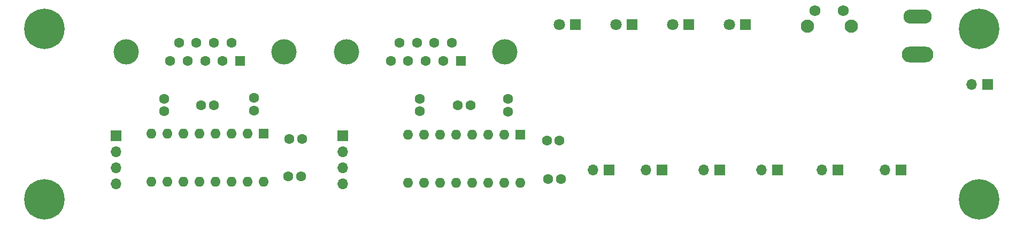
<source format=gts>
G04 #@! TF.GenerationSoftware,KiCad,Pcbnew,5.1.10*
G04 #@! TF.CreationDate,2021-11-29T19:36:07+01:00*
G04 #@! TF.ProjectId,RoscoFrontPanel,526f7363-6f46-4726-9f6e-7450616e656c,rev?*
G04 #@! TF.SameCoordinates,Original*
G04 #@! TF.FileFunction,Soldermask,Top*
G04 #@! TF.FilePolarity,Negative*
%FSLAX46Y46*%
G04 Gerber Fmt 4.6, Leading zero omitted, Abs format (unit mm)*
G04 Created by KiCad (PCBNEW 5.1.10) date 2021-11-29 19:36:07*
%MOMM*%
%LPD*%
G01*
G04 APERTURE LIST*
%ADD10O,4.500000X2.250000*%
%ADD11O,5.000000X2.500000*%
%ADD12C,4.000000*%
%ADD13C,1.600000*%
%ADD14R,1.600000X1.600000*%
%ADD15C,1.800000*%
%ADD16R,1.800000X1.800000*%
%ADD17C,2.100000*%
%ADD18C,1.750000*%
%ADD19C,6.400000*%
%ADD20O,1.600000X1.600000*%
%ADD21O,1.700000X1.700000*%
%ADD22R,1.700000X1.700000*%
G04 APERTURE END LIST*
D10*
X217220800Y-84068400D03*
D11*
X217220800Y-90068400D03*
D12*
X126840000Y-89620000D03*
X151840000Y-89620000D03*
D13*
X135185000Y-88200000D03*
X137955000Y-88200000D03*
X140725000Y-88200000D03*
X143495000Y-88200000D03*
X133800000Y-91040000D03*
X136570000Y-91040000D03*
X139340000Y-91040000D03*
X142110000Y-91040000D03*
D14*
X144880000Y-91040000D03*
D12*
X91920000Y-89610000D03*
X116920000Y-89610000D03*
D13*
X100265000Y-88190000D03*
X103035000Y-88190000D03*
X105805000Y-88190000D03*
X108575000Y-88190000D03*
X98880000Y-91030000D03*
X101650000Y-91030000D03*
X104420000Y-91030000D03*
X107190000Y-91030000D03*
D14*
X109960000Y-91030000D03*
D15*
X187452000Y-85300000D03*
D16*
X189992000Y-85300000D03*
D15*
X178435000Y-85300000D03*
D16*
X180975000Y-85300000D03*
X163000000Y-85300000D03*
D15*
X160460000Y-85300000D03*
D16*
X172000000Y-85300000D03*
D15*
X169460000Y-85300000D03*
D17*
X199750000Y-85580000D03*
D18*
X201000000Y-83090000D03*
X205500000Y-83090000D03*
D17*
X206760000Y-85580000D03*
D19*
X227000000Y-113000000D03*
X227000000Y-86000000D03*
X79000000Y-113000000D03*
X79000000Y-86000000D03*
D20*
X154309000Y-110361000D03*
X136529000Y-102741000D03*
X151769000Y-110361000D03*
X139069000Y-102741000D03*
X149229000Y-110361000D03*
X141609000Y-102741000D03*
X146689000Y-110361000D03*
X144149000Y-102741000D03*
X144149000Y-110361000D03*
X146689000Y-102741000D03*
X141609000Y-110361000D03*
X149229000Y-102741000D03*
X139069000Y-110361000D03*
X151769000Y-102741000D03*
X136529000Y-110361000D03*
D14*
X154309000Y-102741000D03*
D20*
X113639600Y-110185200D03*
X95859600Y-102565200D03*
X111099600Y-110185200D03*
X98399600Y-102565200D03*
X108559600Y-110185200D03*
X100939600Y-102565200D03*
X106019600Y-110185200D03*
X103479600Y-102565200D03*
X103479600Y-110185200D03*
X106019600Y-102565200D03*
X100939600Y-110185200D03*
X108559600Y-102565200D03*
X98399600Y-110185200D03*
X111099600Y-102565200D03*
X95859600Y-110185200D03*
D14*
X113639600Y-102565200D03*
D21*
X126238000Y-110490000D03*
X126238000Y-107950000D03*
X126238000Y-105410000D03*
D22*
X126238000Y-102870000D03*
D21*
X90297000Y-110490000D03*
X90297000Y-107950000D03*
X90297000Y-105410000D03*
D22*
X90297000Y-102870000D03*
D21*
X225806000Y-94742000D03*
D22*
X228346000Y-94742000D03*
D21*
X192532000Y-108331000D03*
D22*
X195072000Y-108331000D03*
D21*
X183388000Y-108331000D03*
D22*
X185928000Y-108331000D03*
D21*
X165862000Y-108331000D03*
D22*
X168402000Y-108331000D03*
D21*
X174244000Y-108331000D03*
D22*
X176784000Y-108331000D03*
D21*
X212090000Y-108331000D03*
D22*
X214630000Y-108331000D03*
D21*
X202057000Y-108331000D03*
D22*
X204597000Y-108331000D03*
D13*
X138430000Y-99028000D03*
X138430000Y-97028000D03*
X152400000Y-97060000D03*
X152400000Y-99060000D03*
X97917000Y-99028000D03*
X97917000Y-97028000D03*
X112141000Y-96933000D03*
X112141000Y-98933000D03*
X144431000Y-98044000D03*
X146431000Y-98044000D03*
X103791000Y-98044000D03*
X105791000Y-98044000D03*
X160750000Y-109728000D03*
X158750000Y-109728000D03*
X119602000Y-109347000D03*
X117602000Y-109347000D03*
X158528000Y-103632000D03*
X160528000Y-103632000D03*
X117761000Y-103378000D03*
X119761000Y-103378000D03*
M02*

</source>
